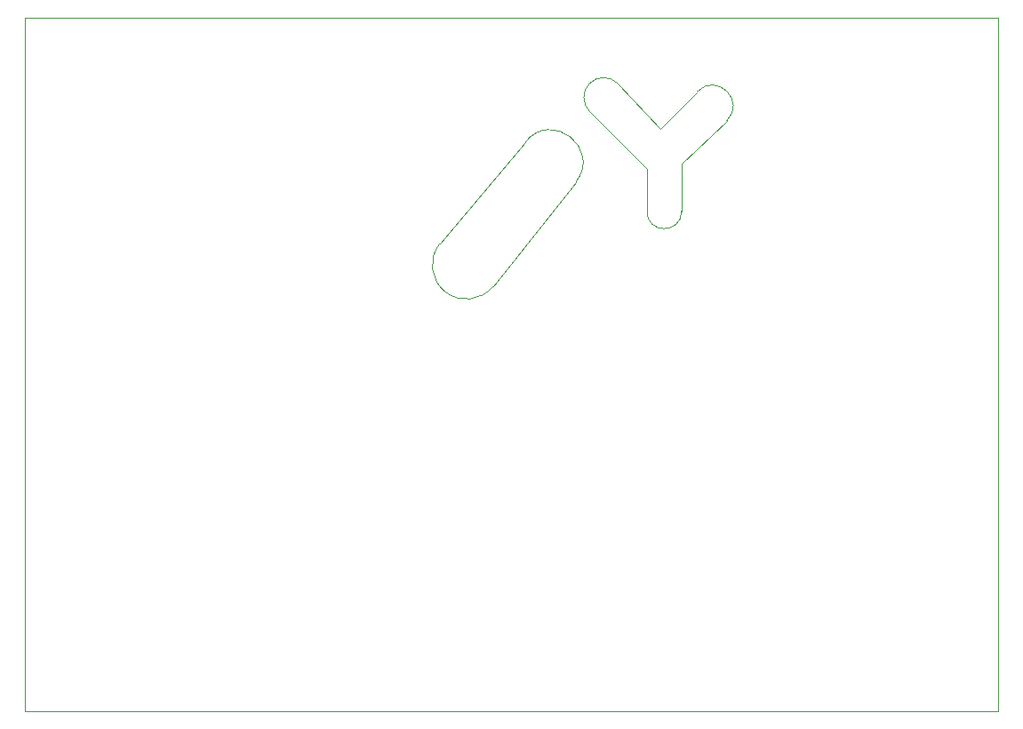
<source format=gbr>
%TF.GenerationSoftware,KiCad,Pcbnew,(6.0.1)*%
%TF.CreationDate,2022-02-14T12:04:50-05:00*%
%TF.ProjectId,pacman_side_2,7061636d-616e-45f7-9369-64655f322e6b,rev?*%
%TF.SameCoordinates,Original*%
%TF.FileFunction,Profile,NP*%
%FSLAX46Y46*%
G04 Gerber Fmt 4.6, Leading zero omitted, Abs format (unit mm)*
G04 Created by KiCad (PCBNEW (6.0.1)) date 2022-02-14 12:04:50*
%MOMM*%
%LPD*%
G01*
G04 APERTURE LIST*
%TA.AperFunction,Profile*%
%ADD10C,0.100000*%
%TD*%
G04 APERTURE END LIST*
D10*
X89355000Y-128851000D02*
X182065000Y-128851000D01*
X182065000Y-128851000D02*
X182065000Y-62811000D01*
X182065000Y-62811000D02*
X89355000Y-62811000D01*
X89355000Y-62811000D02*
X89355000Y-128851000D01*
X145814999Y-69061001D02*
G75*
G03*
X143148001Y-71727999I-1333499J-1333499D01*
G01*
X148609000Y-77189000D02*
X148609000Y-81253000D01*
X156229000Y-72617000D02*
X151911000Y-76681000D01*
X156229000Y-72617000D02*
G75*
G03*
X153435000Y-69823000I-1397000J1397000D01*
G01*
X148609000Y-81253000D02*
G75*
G03*
X151911000Y-81253000I1651000J0D01*
G01*
X141829000Y-78491000D02*
G75*
G03*
X137003000Y-74681000I-2413000J1905000D01*
G01*
X151911000Y-81253000D02*
X151911000Y-76681000D01*
X128875000Y-84333000D02*
G75*
G03*
X133955000Y-88397000I2540000J-2032000D01*
G01*
X133955000Y-88397000D02*
X141829000Y-78491000D01*
X153435000Y-69823000D02*
X149879000Y-73379000D01*
X143148001Y-71727999D02*
X148609000Y-77189000D01*
X137003000Y-74681000D02*
X128875000Y-84333000D01*
X145815000Y-69061000D02*
X149879000Y-73379000D01*
M02*

</source>
